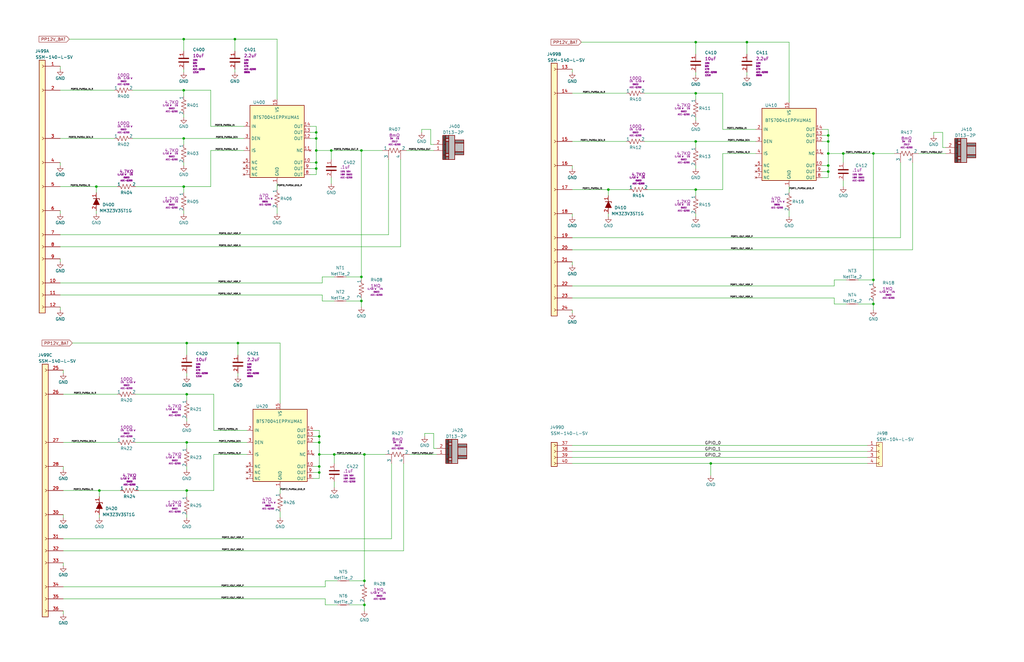
<source format=kicad_sch>
(kicad_sch (version 20231120) (generator "eeschema") (generator_version "8.0")
  (paper "B")
  (junction (at 293.37 80.01))
  (junction (at 349.25 64.77))
  (junction (at 349.25 69.85))
  (junction (at 99.06 16.51))
  (junction (at 140.97 191.77))
  (junction (at 349.25 57.15))
  (junction (at 314.96 17.78))
  (junction (at 133.35 71.12))
  (junction (at 78.74 144.78))
  (junction (at 153.67 245.11))
  (junction (at 293.37 17.78))
  (junction (at 134.62 184.15))
  (junction (at 134.62 191.77))
  (junction (at 349.25 59.69))
  (junction (at 152.4 63.5))
  (junction (at 77.47 58.42))
  (junction (at 355.6 64.77))
  (junction (at 134.62 199.39))
  (junction (at 100.33 144.78))
  (junction (at 78.74 166.37))
  (junction (at 78.74 207.01))
  (junction (at 77.47 78.74))
  (junction (at 368.3 128.27))
  (junction (at 78.74 186.69))
  (junction (at 133.35 55.88))
  (junction (at 134.62 186.69))
  (junction (at 368.3 64.77))
  (junction (at 153.67 191.77))
  (junction (at 134.62 196.85))
  (junction (at 293.37 59.69))
  (junction (at 153.67 255.27))
  (junction (at 368.3 118.11))
  (junction (at 40.64 78.74))
  (junction (at 77.47 38.1))
  (junction (at 293.37 39.37))
  (junction (at 299.72 195.58))
  (junction (at 133.35 58.42))
  (junction (at 349.25 72.39))
  (junction (at 77.47 16.51))
  (junction (at 152.4 127))
  (junction (at 41.91 207.01))
  (junction (at 133.35 68.58))
  (junction (at 139.7 63.5))
  (junction (at 256.54 80.01))
  (junction (at 133.35 63.5))
  (junction (at 152.4 116.84))
  (wire (pts (xy 314.96 17.78) (xy 332.74 17.78)))
  (wire (pts (xy 314.96 30.48) (xy 314.96 31.75)))
  (wire (pts (xy 293.37 39.37) (xy 293.37 41.91)))
  (wire (pts (xy 130.81 71.12) (xy 133.35 71.12)))
  (wire (pts (xy 26.67 227.33) (xy 165.1 227.33)))
  (wire (pts (xy 346.71 69.85) (xy 349.25 69.85)))
  (wire (pts (xy 133.35 63.5) (xy 133.35 58.42)))
  (wire (pts (xy 181.61 60.96) (xy 182.88 60.96)))
  (wire (pts (xy 134.62 191.77) (xy 134.62 196.85)))
  (wire (pts (xy 134.62 191.77) (xy 134.62 186.69)))
  (wire (pts (xy 153.67 191.77) (xy 162.56 191.77)))
  (wire (pts (xy 90.17 191.77) (xy 104.14 191.77)))
  (wire (pts (xy 152.4 125.73) (xy 152.4 127)))
  (wire (pts (xy 152.4 116.84) (xy 152.4 118.11)))
  (wire (pts (xy 78.74 166.37) (xy 78.74 168.91)))
  (wire (pts (xy 241.3 100.33) (xy 379.73 100.33)))
  (wire (pts (xy 78.74 207.01) (xy 90.17 207.01)))
  (wire (pts (xy 241.3 125.73) (xy 351.79 125.73)))
  (wire (pts (xy 273.05 80.01) (xy 293.37 80.01)))
  (wire (pts (xy 26.67 257.81) (xy 26.67 259.08)))
  (wire (pts (xy 153.67 254) (xy 153.67 255.27)))
  (wire (pts (xy 26.67 237.49) (xy 26.67 238.76)))
  (wire (pts (xy 90.17 181.61) (xy 104.14 181.61)))
  (wire (pts (xy 55.88 38.1) (xy 77.47 38.1)))
  (wire (pts (xy 25.4 68.58) (xy 25.4 69.85)))
  (wire (pts (xy 241.3 195.58) (xy 299.72 195.58)))
  (wire (pts (xy 25.4 58.42) (xy 48.26 58.42)))
  (wire (pts (xy 30.48 144.78) (xy 78.74 144.78)))
  (wire (pts (xy 130.81 73.66) (xy 133.35 73.66)))
  (wire (pts (xy 241.3 69.85) (xy 241.3 71.12)))
  (wire (pts (xy 182.88 189.23) (xy 184.15 189.23)))
  (wire (pts (xy 77.47 16.51) (xy 99.06 16.51)))
  (wire (pts (xy 332.74 78.74) (xy 332.74 81.28)))
  (wire (pts (xy 77.47 29.21) (xy 77.47 30.48)))
  (wire (pts (xy 293.37 59.69) (xy 318.77 59.69)))
  (wire (pts (xy 165.1 227.33) (xy 165.1 195.58)))
  (wire (pts (xy 88.9 53.34) (xy 102.87 53.34)))
  (wire (pts (xy 88.9 63.5) (xy 88.9 78.74)))
  (wire (pts (xy 397.51 62.23) (xy 398.78 62.23)))
  (wire (pts (xy 41.91 207.01) (xy 50.8 207.01)))
  (wire (pts (xy 78.74 186.69) (xy 78.74 189.23)))
  (wire (pts (xy 133.35 53.34) (xy 130.81 53.34)))
  (wire (pts (xy 349.25 57.15) (xy 349.25 54.61)))
  (wire (pts (xy 26.67 232.41) (xy 170.18 232.41)))
  (wire (pts (xy 77.47 88.9) (xy 77.47 90.17)))
  (wire (pts (xy 99.06 29.21) (xy 99.06 30.48)))
  (wire (pts (xy 241.3 193.04) (xy 365.76 193.04)))
  (wire (pts (xy 25.4 27.94) (xy 25.4 29.21)))
  (wire (pts (xy 40.64 78.74) (xy 40.64 81.28)))
  (wire (pts (xy 387.35 64.77) (xy 398.78 64.77)))
  (wire (pts (xy 152.4 127) (xy 152.4 129.54)))
  (wire (pts (xy 26.67 217.17) (xy 26.67 218.44)))
  (wire (pts (xy 368.3 64.77) (xy 377.19 64.77)))
  (wire (pts (xy 256.54 90.17) (xy 256.54 91.44)))
  (wire (pts (xy 78.74 144.78) (xy 78.74 149.86)))
  (wire (pts (xy 25.4 38.1) (xy 48.26 38.1)))
  (wire (pts (xy 88.9 63.5) (xy 102.87 63.5)))
  (wire (pts (xy 78.74 157.48) (xy 78.74 158.75)))
  (wire (pts (xy 25.4 88.9) (xy 25.4 90.17)))
  (wire (pts (xy 133.35 58.42) (xy 133.35 55.88)))
  (wire (pts (xy 241.3 110.49) (xy 241.3 111.76)))
  (wire (pts (xy 241.3 105.41) (xy 384.81 105.41)))
  (wire (pts (xy 26.67 247.65) (xy 137.16 247.65)))
  (wire (pts (xy 116.84 77.47) (xy 116.84 80.01)))
  (wire (pts (xy 55.88 58.42) (xy 77.47 58.42)))
  (wire (pts (xy 355.6 64.77) (xy 355.6 68.58)))
  (wire (pts (xy 134.62 196.85) (xy 134.62 199.39)))
  (wire (pts (xy 304.8 64.77) (xy 304.8 80.01)))
  (wire (pts (xy 397.51 62.23) (xy 397.51 55.88)))
  (wire (pts (xy 241.3 80.01) (xy 256.54 80.01)))
  (wire (pts (xy 26.67 252.73) (xy 137.16 252.73)))
  (wire (pts (xy 346.71 59.69) (xy 349.25 59.69)))
  (wire (pts (xy 361.95 128.27) (xy 368.3 128.27)))
  (wire (pts (xy 245.11 17.78) (xy 293.37 17.78)))
  (wire (pts (xy 25.4 119.38) (xy 135.89 119.38)))
  (wire (pts (xy 137.16 255.27) (xy 137.16 252.73)))
  (wire (pts (xy 118.11 205.74) (xy 118.11 208.28)))
  (wire (pts (xy 25.4 78.74) (xy 40.64 78.74)))
  (wire (pts (xy 132.08 199.39) (xy 134.62 199.39)))
  (wire (pts (xy 368.3 127) (xy 368.3 128.27)))
  (wire (pts (xy 99.06 16.51) (xy 99.06 21.59)))
  (wire (pts (xy 181.61 54.61) (xy 177.8 54.61)))
  (wire (pts (xy 349.25 69.85) (xy 349.25 72.39)))
  (wire (pts (xy 57.15 166.37) (xy 78.74 166.37)))
  (wire (pts (xy 130.81 55.88) (xy 133.35 55.88)))
  (wire (pts (xy 349.25 72.39) (xy 349.25 74.93)))
  (wire (pts (xy 351.79 118.11) (xy 356.87 118.11)))
  (wire (pts (xy 134.62 199.39) (xy 134.62 201.93)))
  (wire (pts (xy 78.74 166.37) (xy 90.17 166.37)))
  (wire (pts (xy 133.35 68.58) (xy 133.35 71.12)))
  (wire (pts (xy 293.37 90.17) (xy 293.37 91.44)))
  (wire (pts (xy 77.47 78.74) (xy 77.47 81.28)))
  (wire (pts (xy 361.95 118.11) (xy 368.3 118.11)))
  (wire (pts (xy 355.6 64.77) (xy 368.3 64.77)))
  (wire (pts (xy 346.71 57.15) (xy 349.25 57.15)))
  (wire (pts (xy 293.37 59.69) (xy 293.37 62.23)))
  (wire (pts (xy 25.4 99.06) (xy 163.83 99.06)))
  (wire (pts (xy 153.67 255.27) (xy 153.67 257.81)))
  (wire (pts (xy 133.35 63.5) (xy 139.7 63.5)))
  (wire (pts (xy 77.47 38.1) (xy 88.9 38.1)))
  (wire (pts (xy 368.3 118.11) (xy 368.3 119.38)))
  (wire (pts (xy 140.97 191.77) (xy 140.97 195.58)))
  (wire (pts (xy 133.35 71.12) (xy 133.35 73.66)))
  (wire (pts (xy 139.7 74.93) (xy 139.7 77.47)))
  (wire (pts (xy 139.7 63.5) (xy 152.4 63.5)))
  (wire (pts (xy 241.3 120.65) (xy 351.79 120.65)))
  (wire (pts (xy 25.4 129.54) (xy 25.4 130.81)))
  (wire (pts (xy 241.3 187.96) (xy 365.76 187.96)))
  (wire (pts (xy 78.74 144.78) (xy 100.33 144.78)))
  (wire (pts (xy 100.33 144.78) (xy 100.33 149.86)))
  (wire (pts (xy 137.16 245.11) (xy 137.16 247.65)))
  (wire (pts (xy 241.3 90.17) (xy 241.3 91.44)))
  (wire (pts (xy 147.32 255.27) (xy 153.67 255.27)))
  (wire (pts (xy 349.25 64.77) (xy 355.6 64.77)))
  (wire (pts (xy 26.67 166.37) (xy 49.53 166.37)))
  (wire (pts (xy 293.37 39.37) (xy 304.8 39.37)))
  (wire (pts (xy 78.74 186.69) (xy 104.14 186.69)))
  (wire (pts (xy 118.11 144.78) (xy 118.11 170.18)))
  (wire (pts (xy 241.3 190.5) (xy 365.76 190.5)))
  (wire (pts (xy 379.73 100.33) (xy 379.73 68.58)))
  (wire (pts (xy 146.05 127) (xy 152.4 127)))
  (wire (pts (xy 116.84 16.51) (xy 116.84 41.91)))
  (wire (pts (xy 77.47 58.42) (xy 77.47 60.96)))
  (wire (pts (xy 168.91 104.14) (xy 168.91 67.31)))
  (wire (pts (xy 172.72 191.77) (xy 184.15 191.77)))
  (wire (pts (xy 171.45 63.5) (xy 182.88 63.5)))
  (wire (pts (xy 293.37 17.78) (xy 293.37 22.86)))
  (wire (pts (xy 241.3 130.81) (xy 241.3 132.08)))
  (wire (pts (xy 134.62 186.69) (xy 134.62 184.15)))
  (wire (pts (xy 293.37 80.01) (xy 293.37 82.55)))
  (wire (pts (xy 90.17 166.37) (xy 90.17 181.61)))
  (wire (pts (xy 146.05 116.84) (xy 152.4 116.84)))
  (wire (pts (xy 26.67 186.69) (xy 49.53 186.69)))
  (wire (pts (xy 134.62 191.77) (xy 140.97 191.77)))
  (wire (pts (xy 256.54 80.01) (xy 265.43 80.01)))
  (wire (pts (xy 57.15 78.74) (xy 77.47 78.74)))
  (wire (pts (xy 293.37 80.01) (xy 304.8 80.01)))
  (wire (pts (xy 132.08 184.15) (xy 134.62 184.15)))
  (wire (pts (xy 25.4 109.22) (xy 25.4 110.49)))
  (wire (pts (xy 78.74 176.53) (xy 78.74 177.8)))
  (wire (pts (xy 152.4 63.5) (xy 161.29 63.5)))
  (wire (pts (xy 26.67 156.21) (xy 26.67 157.48)))
  (wire (pts (xy 133.35 63.5) (xy 133.35 68.58)))
  (wire (pts (xy 153.67 245.11) (xy 153.67 246.38)))
  (wire (pts (xy 332.74 17.78) (xy 332.74 43.18)))
  (wire (pts (xy 299.72 195.58) (xy 365.76 195.58)))
  (wire (pts (xy 26.67 207.01) (xy 41.91 207.01)))
  (wire (pts (xy 271.78 39.37) (xy 293.37 39.37)))
  (wire (pts (xy 132.08 186.69) (xy 134.62 186.69)))
  (wire (pts (xy 100.33 157.48) (xy 100.33 158.75)))
  (wire (pts (xy 40.64 88.9) (xy 40.64 90.17)))
  (wire (pts (xy 40.64 78.74) (xy 49.53 78.74)))
  (wire (pts (xy 57.15 186.69) (xy 78.74 186.69)))
  (wire (pts (xy 77.47 58.42) (xy 102.87 58.42)))
  (wire (pts (xy 132.08 196.85) (xy 134.62 196.85)))
  (wire (pts (xy 25.4 104.14) (xy 168.91 104.14)))
  (wire (pts (xy 271.78 59.69) (xy 293.37 59.69)))
  (wire (pts (xy 293.37 69.85) (xy 293.37 71.12)))
  (wire (pts (xy 26.67 196.85) (xy 26.67 198.12)))
  (wire (pts (xy 99.06 16.51) (xy 116.84 16.51)))
  (wire (pts (xy 135.89 127) (xy 140.97 127)))
  (wire (pts (xy 351.79 128.27) (xy 351.79 125.73)))
  (wire (pts (xy 293.37 49.53) (xy 293.37 50.8)))
  (wire (pts (xy 130.81 68.58) (xy 133.35 68.58)))
  (wire (pts (xy 77.47 48.26) (xy 77.47 49.53)))
  (wire (pts (xy 332.74 88.9) (xy 332.74 91.44)))
  (wire (pts (xy 77.47 16.51) (xy 77.47 21.59)))
  (wire (pts (xy 368.3 128.27) (xy 368.3 130.81)))
  (wire (pts (xy 140.97 203.2) (xy 140.97 205.74)))
  (wire (pts (xy 393.7 55.88) (xy 393.7 57.15)))
  (wire (pts (xy 314.96 17.78) (xy 314.96 22.86)))
  (wire (pts (xy 299.72 195.58) (xy 299.72 200.66)))
  (wire (pts (xy 384.81 105.41) (xy 384.81 68.58)))
  (wire (pts (xy 90.17 191.77) (xy 90.17 207.01)))
  (wire (pts (xy 134.62 181.61) (xy 132.08 181.61)))
  (wire (pts (xy 241.3 59.69) (xy 264.16 59.69)))
  (wire (pts (xy 304.8 64.77) (xy 318.77 64.77)))
  (wire (pts (xy 241.3 29.21) (xy 241.3 30.48)))
  (wire (pts (xy 41.91 207.01) (xy 41.91 209.55)))
  (wire (pts (xy 346.71 74.93) (xy 349.25 74.93)))
  (wire (pts (xy 351.79 118.11) (xy 351.79 120.65)))
  (wire (pts (xy 147.32 245.11) (xy 153.67 245.11)))
  (wire (pts (xy 163.83 99.06) (xy 163.83 67.31)))
  (wire (pts (xy 77.47 38.1) (xy 77.47 40.64)))
  (wire (pts (xy 397.51 55.88) (xy 393.7 55.88)))
  (wire (pts (xy 177.8 54.61) (xy 177.8 55.88)))
  (wire (pts (xy 135.89 116.84) (xy 135.89 119.38)))
  (wire (pts (xy 78.74 207.01) (xy 78.74 209.55)))
  (wire (pts (xy 139.7 63.5) (xy 139.7 67.31)))
  (wire (pts (xy 100.33 144.78) (xy 118.11 144.78)))
  (wire (pts (xy 179.07 182.88) (xy 179.07 184.15)))
  (wire (pts (xy 137.16 255.27) (xy 142.24 255.27)))
  (wire (pts (xy 134.62 184.15) (xy 134.62 181.61)))
  (wire (pts (xy 77.47 68.58) (xy 77.47 69.85)))
  (wire (pts (xy 181.61 60.96) (xy 181.61 54.61)))
  (wire (pts (xy 304.8 39.37) (xy 304.8 54.61)))
  (wire (pts (xy 25.4 124.46) (xy 135.89 124.46)))
  (wire (pts (xy 58.42 207.01) (xy 78.74 207.01)))
  (wire (pts (xy 304.8 54.61) (xy 318.77 54.61)))
  (wire (pts (xy 355.6 76.2) (xy 355.6 78.74)))
  (wire (pts (xy 152.4 63.5) (xy 152.4 116.84)))
  (wire (pts (xy 137.16 245.11) (xy 142.24 245.11)))
  (wire (pts (xy 130.81 58.42) (xy 133.35 58.42)))
  (wire (pts (xy 346.71 72.39) (xy 349.25 72.39)))
  (wire (pts (xy 293.37 17.78) (xy 314.96 17.78)))
  (wire (pts (xy 349.25 59.69) (xy 349.25 57.15)))
  (wire (pts (xy 241.3 39.37) (xy 264.16 39.37)))
  (wire (pts (xy 256.54 80.01) (xy 256.54 82.55)))
  (wire (pts (xy 351.79 128.27) (xy 356.87 128.27)))
  (wire (pts (xy 349.25 64.77) (xy 349.25 59.69)))
  (wire (pts (xy 78.74 217.17) (xy 78.74 218.44)))
  (wire (pts (xy 182.88 182.88) (xy 179.07 182.88)))
  (wire (pts (xy 153.67 191.77) (xy 153.67 245.11)))
  (wire (pts (xy 133.35 55.88) (xy 133.35 53.34)))
  (wire (pts (xy 170.18 232.41) (xy 170.18 195.58)))
  (wire (pts (xy 293.37 30.48) (xy 293.37 31.75)))
  (wire (pts (xy 349.25 54.61) (xy 346.71 54.61)))
  (wire (pts (xy 135.89 116.84) (xy 140.97 116.84)))
  (wire (pts (xy 88.9 38.1) (xy 88.9 53.34)))
  (wire (pts (xy 182.88 189.23) (xy 182.88 182.88)))
  (wire (pts (xy 132.08 201.93) (xy 134.62 201.93)))
  (wire (pts (xy 116.84 87.63) (xy 116.84 90.17)))
  (wire (pts (xy 368.3 64.77) (xy 368.3 118.11)))
  (wire (pts (xy 135.89 127) (xy 135.89 124.46)))
  (wire (pts (xy 29.21 16.51) (xy 77.47 16.51)))
  (wire (pts (xy 41.91 217.17) (xy 41.91 218.44)))
  (wire (pts (xy 78.74 196.85) (xy 78.74 198.12)))
  (wire (pts (xy 77.47 78.74) (xy 88.9 78.74)))
  (wire (pts (xy 118.11 215.9) (xy 118.11 218.44)))
  (wire (pts (xy 140.97 191.77) (xy 153.67 191.77)))
  (wire (pts (xy 349.25 64.77) (xy 349.25 69.85)))
  (label "PORT0_PWRSW_IS" (at 38.1 78.74 180) (effects (font (size 0.635 0.635))))
  (label "PORT1_PWRSW_OUT_R" (at 367.03 64.77 180) (effects (font (size 0.635 0.635))))
  (label "PORT0_PWRSW_OUT_R" (at 151.13 63.5 180) (effects (font (size 0.635 0.635))))
  (label "PORT0_PWRSW_OUT" (at 181.61 63.5 180) (effects (font (size 0.635 0.635))))
  (label "PORT1_PWRSW_IN" (at 314.96 54.61 180) (effects (font (size 0.635 0.635))))
  (label "PORT2_IOUT_MSR_N" (at 102.87 232.41 180) (effects (font (size 0.635 0.635))))
  (label "GPIO_2" (at 297.18 193.04 0))
  (label "PORT2_PWRSW_OUT_R" (at 152.4 191.77 180) (effects (font (size 0.635 0.635))))
  (label "PORT0_PWRSW_IS_R" (at 100.33 63.5 180) (effects (font (size 0.635 0.635))))
  (label "PORT1_PWRSW_DEN_R" (at 255.27 59.69 180) (effects (font (size 0.635 0.635))))
  (label "PORT0_PWRSW_DEN" (at 100.33 58.42 180) (effects (font (size 0.635 0.635))))
  (label "PORT2_IOUT_MSR_P" (at 102.87 227.33 180) (effects (font (size 0.635 0.635))))
  (label "PORT0_PWRSW_IN_R" (at 39.37 38.1 180) (effects (font (size 0.635 0.635))))
  (label "PORT2_PWRSW_IS" (at 39.37 207.01 180) (effects (font (size 0.635 0.635))))
  (label "PORT2_VOUT_MSR_P" (at 102.87 247.65 180) (effects (font (size 0.635 0.635))))
  (label "PORT1_PWRSW_IS" (at 254 80.01 180) (effects (font (size 0.635 0.635))))
  (label "PORT1_IOUT_MSR_P" (at 317.5 100.33 180) (effects (font (size 0.635 0.635))))
  (label "PORT0_PWRSW_DEN_R" (at 39.37 58.42 180) (effects (font (size 0.635 0.635))))
  (label "PORT2_VOUT_MSR_N" (at 102.87 252.73 180) (effects (font (size 0.635 0.635))))
  (label "PORT2_PWRSW_IN" (at 100.33 181.61 180) (effects (font (size 0.635 0.635))))
  (label "PORT1_VOUT_MSR_N" (at 317.5 125.73 180) (effects (font (size 0.635 0.635))))
  (label "PORT0_IOUT_MSR_P" (at 101.6 99.06 180) (effects (font (size 0.635 0.635))))
  (label "PORT0_IOUT_MSR_N" (at 101.6 104.14 180) (effects (font (size 0.635 0.635))))
  (label "PORT0_PWRSW_IN" (at 99.06 53.34 180) (effects (font (size 0.635 0.635))))
  (label "GPIO_0" (at 297.18 187.96 0))
  (label "PORT2_PWRSW_DEN_R" (at 40.64 186.69 180) (effects (font (size 0.635 0.635))))
  (label "PORT1_PWRSW_DEN" (at 316.23 59.69 180) (effects (font (size 0.635 0.635))))
  (label "PORT0_VOUT_MSR_P" (at 101.6 119.38 180) (effects (font (size 0.635 0.635))))
  (label "PORT1_PWRSW_IS_R" (at 316.23 64.77 180) (effects (font (size 0.635 0.635))))
  (label "PORT2_PWRSW_GND_R" (at 118.11 207.01 0) (effects (font (size 0.635 0.635))))
  (label "PORT1_PWRSW_GND_R" (at 332.74 80.01 0) (effects (font (size 0.635 0.635))))
  (label "PORT1_IOUT_MSR_N" (at 317.5 105.41 180) (effects (font (size 0.635 0.635))))
  (label "PORT0_VOUT_MSR_N" (at 101.6 124.46 180) (effects (font (size 0.635 0.635))))
  (label "PORT1_PWRSW_OUT" (at 397.51 64.77 180) (effects (font (size 0.635 0.635))))
  (label "PORT1_VOUT_MSR_P" (at 317.5 120.65 180) (effects (font (size 0.635 0.635))))
  (label "GPIO_1" (at 297.18 190.5 0))
  (label "PORT2_PWRSW_OUT" (at 182.88 191.77 180) (effects (font (size 0.635 0.635))))
  (label "PORT2_PWRSW_DEN" (at 101.6 186.69 180) (effects (font (size 0.635 0.635))))
  (label "PORT1_PWRSW_IN_R" (at 255.27 39.37 180) (effects (font (size 0.635 0.635))))
  (label "PORT0_PWRSW_GND_R" (at 116.84 78.74 0) (effects (font (size 0.635 0.635))))
  (label "PORT2_PWRSW_IN_R" (at 40.64 166.37 180) (effects (font (size 0.635 0.635))))
  (label "PORT2_PWRSW_IS_R" (at 101.6 191.77 180) (effects (font (size 0.635 0.635))))
  (global_label "PP12V_BAT" (shape input) (at 29.21 16.51 180) (property "Intersheetrefs" "${INTERSHEET_REFS}" (effects (hide yes))))
  (global_label "PP12V_BAT" (shape input) (at 245.11 17.78 180) (property "Intersheetrefs" "${INTERSHEET_REFS}" (effects (hide yes))))
  (global_label "PP12V_BAT" (shape input) (at 30.48 144.78 180) (property "Intersheetrefs" "${INTERSHEET_REFS}" (effects (hide yes))))
  (symbol (lib_name "R_0603_1") (lib_id "DO_RESISTORS:R_0603") (at 53.34 78.74 0) (unit 1) (convert 2)
    (property "Reference" "R404" (at 53.34 81.28 0))
    (property "Value" "R_0603" (effects (hide yes)))
    (property "Package" "0603" (at 53.34 74.93 0) (effects (font (size 0.635 0.635))))
    (property "Resistance" "4.7KΩ" (at 53.34 72.39 0))
    (property "Tolerance" "1%" (at 54.61 73.66 0) (effects (font (size 0.635 0.635)) (justify left)))
    (property "Power" "1/10 W" (at 49.53 73.66 0) (effects (font (size 0.635 0.635)) (justify left)))
    (property "Rating" "AEC-Q200" (at 53.34 76.2 0) (effects (font (size 0.635 0.635))))
    (property "PN" "RMCF0603FT4K70" (effects (hide yes)))
    (property "MFR" "Stackpole Electronics Inc" (effects (hide yes)))
  )
  (symbol (lib_name "R_0603_3") (lib_id "DO_RESISTORS:R_0603") (at 53.34 166.37 0) (unit 1) (convert 2)
    (property "Reference" "R420" (at 53.34 168.91 0))
    (property "Value" "R_0603" (effects (hide yes)))
    (property "Datasheet" "https://www.seielect.com/Catalog/SEI-RMCF_RMCP.pdf" (effects (hide yes)))
    (property "Package" "0603" (at 53.34 162.56 0) (effects (font (size 0.635 0.635))))
    (property "Resistance" "100Ω" (at 53.34 160.02 0))
    (property "Tolerance" "1%" (at 50.8 161.29 0) (effects (font (size 0.635 0.635)) (justify left)))
    (property "Power" "1/10 W" (at 53.34 161.29 0) (effects (font (size 0.635 0.635)) (justify left)))
    (property "Rating" "AEC-Q200" (at 53.34 163.83 0) (effects (font (size 0.635 0.635))))
    (property "PN" "RMCF0603FT100R" (effects (hide yes)))
    (property "MFR" "Stackpole Electronics Inc" (effects (hide yes)))
  )
  (symbol (lib_name "R_0603_1") (lib_id "DO_RESISTORS:R_0603") (at 293.37 86.36 0) (unit 1)
    (property "Reference" "R415" (at 297.18 86.36 0))
    (property "Value" "R_0603" (effects (hide yes)))
    (property "Package" "0603" (at 288.29 87.63 0) (effects (font (size 0.635 0.635))))
    (property "Resistance" "1.2KΩ" (at 288.29 85.09 0))
    (property "Tolerance" "1%" (at 289.56 86.36 0) (effects (font (size 0.635 0.635)) (justify left)))
    (property "Power" "1/10 W" (at 284.48 86.36 0) (effects (font (size 0.635 0.635)) (justify left)))
    (property "Rating" "AEC-Q200" (at 288.29 88.9 0) (effects (font (size 0.635 0.635))))
    (property "PN" "RMCF0603FT1K20" (effects (hide yes)))
    (property "MFR" "Stackpole Electronics Inc" (effects (hide yes)))
  )
  (symbol (lib_name "R_0603_1") (lib_id "DO_RESISTORS:R_0603") (at 293.37 66.04 0) (unit 1)
    (property "Reference" "R413" (at 297.18 66.04 0))
    (property "Value" "R_0603" (effects (hide yes)))
    (property "Package" "0603" (at 288.29 67.31 0) (effects (font (size 0.635 0.635))))
    (property "Resistance" "4.7KΩ" (at 288.29 64.77 0))
    (property "Tolerance" "1%" (at 289.56 66.04 0) (effects (font (size 0.635 0.635)) (justify left)))
    (property "Power" "1/10 W" (at 284.48 66.04 0) (effects (font (size 0.635 0.635)) (justify left)))
    (property "Rating" "AEC-Q200" (at 288.29 68.58 0) (effects (font (size 0.635 0.635))))
    (property "PN" "RMCF0603FT4K70" (effects (hide yes)))
    (property "MFR" "Stackpole Electronics Inc" (effects (hide yes)))
  )
  (symbol (lib_id "DO_RESISTORS:R_2Term_Kelvin_Sense_2512_AEC-Q200") (at 382.27 64.77 0) (unit 1)
    (property "Reference" "R417" (at 382.27 55.88 0))
    (property "Value" "R_2Term_Kelvin_Sense_2512" (effects (hide yes)))
    (property "Package" "2512" (at 382.27 60.96 0) (effects (font (size 0.635 0.635))))
    (property "Power Rating" "3W" (at 381 59.69 0) (effects (font (size 0.635 0.635))))
    (property "Tolerance" "1%" (at 383.54 59.69 0) (effects (font (size 0.635 0.635))))
    (property "Rating" "AEC-Q200" (at 382.27 62.23 0) (effects (font (size 0.635 0.635))))
    (property "Resistance" "8mΩ" (at 382.27 58.42 0))
  )
  (symbol (lib_id "DO_POWER:GND") (at 314.96 31.75 0) (unit 1)
    (property "Reference" "#PWR036" (effects (hide yes)))
    (property "Value" "GND" (at 314.96 35.56 0))
  )
  (symbol (lib_name "DO_Conn_01x40_Socket_3") (lib_id "DO_CONNECTORS:DO_Conn_01x40_Socket") (at 233.68 90.17 0) (mirror y) (unit 2)
    (property "Reference" "J499" (at 233.68 22.86 0))
    (property "Value" "SSM-140-L-SV" (at 238.76 25.4 0))
    (property "Datasheet" "https://suddendocs.samtec.com/catalog_english/a-ssm_sm.pdf" (effects (hide yes)))
    (property "MFR" "Samtec Inc." (effects (hide yes)))
    (property "PN" "SSM-140-L-SV" (effects (hide yes)))
  )
  (symbol (lib_id "DO_POWER:GND") (at 26.67 198.12 0) (unit 1)
    (property "Reference" "#PWR032" (effects (hide yes)))
    (property "Value" "GND" (at 26.67 201.93 0))
  )
  (symbol (lib_id "DO_CONNECTORS:DO_Conn_01x04_Socket") (at 370.84 191.77 0) (unit 1)
    (property "Reference" "J498" (at 369.57 182.88 0) (effects (justify left)))
    (property "Value" "SSM-104-L-SV" (at 369.57 185.42 0) (effects (justify left)))
    (property "Datasheet" "http://suddendocs.samtec.com/catalog_english/ssm_sm.pdf" (effects (hide yes)))
    (property "MFR" "Samtec Inc." (effects (hide yes)))
    (property "PN" "SSM-104-L-SV" (effects (hide yes)))
  )
  (symbol (lib_id "DO_POWER:GND") (at 153.67 257.81 0) (unit 1)
    (property "Reference" "#PWR044" (effects (hide yes)))
    (property "Value" "GND" (at 153.67 261.62 0))
  )
  (symbol (lib_name "C_0805_1") (lib_id "DO_CAPACITORS:C_0805") (at 99.06 25.4 0) (unit 1)
    (property "Reference" "C401" (at 102.87 20.955 0) (effects (justify left)))
    (property "Value" "C_0805" (effects (hide yes)))
    (property "Datasheet" "https://product.tdk.com/en/system/files?file=dam/doc/product/capacitor/ceramic/mlcc/catalog/mlcc_automotive_soft_en.pdf" (effects (hide yes)))
    (property "Capacitance" "2.2uF" (at 102.87 23.495 0) (effects (justify left)))
    (property "Tolerance" "10%" (at 102.87 25.4 0) (effects (font (size 0.635 0.635)) (justify left)))
    (property "Voltage_Rated" "50V" (at 102.87 26.67 0) (effects (font (size 0.635 0.635)) (justify left)))
    (property "Temp_Coefficient" "X7R" (at 102.87 27.94 0) (effects (font (size 0.635 0.635)) (justify left)))
    (property "Rating" "AEC-Q200" (at 102.87 29.21 0) (effects (font (size 0.635 0.635)) (justify left)))
    (property "Package" "0805" (at 102.87 30.48 0) (effects (font (size 0.635 0.635)) (justify left)))
    (property "MFR" "TDK Corporation" (effects (hide yes)))
    (property "PN" "CGA4J3X7R1H225K125AE" (effects (hide yes)))
  )
  (symbol (lib_name "C_0603_1") (lib_id "DO_CAPACITORS:C_0603") (at 139.7 71.12 0) (unit 1)
    (property "Reference" "C402" (at 144.78 68.58 0) (effects (justify left)))
    (property "Value" "C_0603" (effects (hide yes)))
    (property "Datasheet" "https://product.tdk.com/en/system/files?file=dam/doc/product/capacitor/ceramic/mlcc/catalog/mlcc_automotive_hightemp_en.pdf" (effects (hide yes)))
    (property "Capacitance" ".1uF" (at 143.51 70.485 0) (effects (justify left)))
    (property "Tolerance" "10%" (at 143.51 72.39 0) (effects (font (size 0.635 0.635)) (justify left)))
    (property "Voltage_Rated" "50V" (at 146.05 72.39 0) (effects (font (size 0.635 0.635)) (justify left)))
    (property "Temp_Coefficient" "X8R" (at 143.51 73.66 0) (effects (font (size 0.635 0.635)) (justify left)))
    (property "Rating" "AEC-Q200" (at 143.51 74.93 0) (effects (font (size 0.635 0.635)) (justify left)))
    (property "Package" "0603" (at 146.05 73.66 0) (effects (font (size 0.635 0.635)) (justify left)))
    (property "MFR" "TDK Corporation" (effects (hide yes)))
    (property "PN" "CGA3E3X8R1H104K080AB" (effects (hide yes)))
  )
  (symbol (lib_name "C_0603_1") (lib_id "DO_CAPACITORS:C_0603") (at 355.6 72.39 0) (unit 1)
    (property "Reference" "C412" (at 360.68 69.85 0) (effects (justify left)))
    (property "Value" "C_0603" (effects (hide yes)))
    (property "Datasheet" "https://product.tdk.com/en/system/files?file=dam/doc/product/capacitor/ceramic/mlcc/catalog/mlcc_automotive_hightemp_en.pdf" (effects (hide yes)))
    (property "Capacitance" ".1uF" (at 359.41 71.755 0) (effects (justify left)))
    (property "Tolerance" "10%" (at 359.41 73.66 0) (effects (font (size 0.635 0.635)) (justify left)))
    (property "Voltage_Rated" "50V" (at 361.95 73.66 0) (effects (font (size 0.635 0.635)) (justify left)))
    (property "Temp_Coefficient" "X8R" (at 359.41 74.93 0) (effects (font (size 0.635 0.635)) (justify left)))
    (property "Rating" "AEC-Q200" (at 359.41 76.2 0) (effects (font (size 0.635 0.635)) (justify left)))
    (property "Package" "0603" (at 361.95 74.93 0) (effects (font (size 0.635 0.635)) (justify left)))
    (property "MFR" "TDK Corporation" (effects (hide yes)))
    (property "PN" "CGA3E3X8R1H104K080AB" (effects (hide yes)))
  )
  (symbol (lib_id "DO_DEVICES:NetTie_2") (at 143.51 116.84 0) (unit 1) (in_bom no)
    (property "Reference" "NT1" (at 143.51 113.03 0))
    (property "Value" "NetTie_2" (at 143.51 115.57 0))
  )
  (symbol (lib_id "DO_POWER:GND") (at 293.37 50.8 0) (unit 1)
    (property "Reference" "#PWR018" (effects (hide yes)))
    (property "Value" "GND" (at 293.37 54.61 0))
  )
  (symbol (lib_id "DO_POWER:GND") (at 241.3 91.44 0) (unit 1)
    (property "Reference" "#PWR028" (effects (hide yes)))
    (property "Value" "GND" (at 241.3 95.25 0))
  )
  (symbol (lib_id "DO_POWER:GND") (at 139.7 77.47 0) (unit 1)
    (property "Reference" "#PWR08" (effects (hide yes)))
    (property "Value" "GND" (at 139.7 81.28 0))
  )
  (symbol (lib_id "DO_POWER:GND") (at 26.67 259.08 0) (unit 1)
    (property "Reference" "#PWR035" (effects (hide yes)))
    (property "Value" "GND" (at 26.67 262.89 0))
  )
  (symbol (lib_name "R_0603_3") (lib_id "DO_RESISTORS:R_0603") (at 267.97 39.37 0) (unit 1) (convert 2)
    (property "Reference" "R410" (at 267.97 41.91 0))
    (property "Value" "R_0603" (effects (hide yes)))
    (property "Datasheet" "https://www.seielect.com/Catalog/SEI-RMCF_RMCP.pdf" (effects (hide yes)))
    (property "Package" "0603" (at 267.97 35.56 0) (effects (font (size 0.635 0.635))))
    (property "Resistance" "100Ω" (at 267.97 33.02 0))
    (property "Tolerance" "1%" (at 265.43 34.29 0) (effects (font (size 0.635 0.635)) (justify left)))
    (property "Power" "1/10 W" (at 267.97 34.29 0) (effects (font (size 0.635 0.635)) (justify left)))
    (property "Rating" "AEC-Q200" (at 267.97 36.83 0) (effects (font (size 0.635 0.635))))
    (property "PN" "RMCF0603FT100R" (effects (hide yes)))
    (property "MFR" "Stackpole Electronics Inc" (effects (hide yes)))
  )
  (symbol (lib_id "DO_POWER:GND") (at 78.74 158.75 0) (unit 1)
    (property "Reference" "#PWR012" (effects (hide yes)))
    (property "Value" "GND" (at 78.74 162.56 0))
  )
  (symbol (lib_id "DO_RESISTORS:R_2Term_Kelvin_Sense_2512_AEC-Q200") (at 166.37 63.5 0) (unit 1)
    (property "Reference" "R407" (at 166.37 54.61 0))
    (property "Value" "R_2Term_Kelvin_Sense_2512" (effects (hide yes)))
    (property "Package" "2512" (at 166.37 59.69 0) (effects (font (size 0.635 0.635))))
    (property "Power Rating" "3W" (at 165.1 58.42 0) (effects (font (size 0.635 0.635))))
    (property "Tolerance" "1%" (at 167.64 58.42 0) (effects (font (size 0.635 0.635))))
    (property "Rating" "AEC-Q200" (at 166.37 60.96 0) (effects (font (size 0.635 0.635))))
    (property "Resistance" "8mΩ" (at 166.37 57.15 0))
  )
  (symbol (lib_id "DO_POWER:GND") (at 77.47 30.48 0) (unit 1)
    (property "Reference" "#PWR010" (effects (hide yes)))
    (property "Value" "GND" (at 77.47 34.29 0))
  )
  (symbol (lib_id "DO_CONNECTORS:DO_Conn_01x40_Socket") (at 233.68 191.77 0) (mirror y) (unit 4)
    (property "Reference" "J499" (at 234.95 180.34 0))
    (property "Value" "SSM-140-L-SV" (at 240.03 182.88 0))
    (property "Datasheet" "https://suddendocs.samtec.com/catalog_english/a-ssm_sm.pdf" (effects (hide yes)))
    (property "MFR" "Samtec Inc." (effects (hide yes)))
    (property "PN" "SSM-140-L-SV" (effects (hide yes)))
  )
  (symbol (lib_id "DO_CONNECTORS:DT13-2P") (at 405.13 63.5 0) (unit 1)
    (property "Reference" "J410" (at 405.13 54.61 0) (effects (justify left)))
    (property "Value" "DT13-2P" (at 402.59 57.15 0) (effects (justify left)))
    (property "Datasheet" "https://www.te.com/usa-en/product-DT13-2P.datasheet.pdf" (effects (hide yes)))
  )
  (symbol (lib_id "DO_POWER:GND") (at 77.47 69.85 0) (unit 1)
    (property "Reference" "#PWR04" (effects (hide yes)))
    (property "Value" "GND" (at 77.47 73.66 0))
  )
  (symbol (lib_name "C_1210_1") (lib_id "DO_CAPACITORS:C_1210") (at 293.37 26.67 0) (unit 1)
    (property "Reference" "C410" (at 297.18 22.225 0) (effects (justify left)))
    (property "Value" "C_1210" (effects (hide yes)))
    (property "Capacitance" "10uF" (at 297.18 24.765 0) (effects (justify left)))
    (property "Tolerance" "10%" (at 297.18 26.67 0) (effects (font (size 0.635 0.635)) (justify left)))
    (property "Voltage_Rated" "50V" (at 297.18 27.94 0) (effects (font (size 0.635 0.635)) (justify left)))
    (property "Temp_Coefficient" "X7R" (at 297.18 29.21 0) (effects (font (size 0.635 0.635)) (justify left)))
    (property "Rating" "AEC-Q200" (at 297.18 30.48 0) (effects (font (size 0.635 0.635)) (justify left)))
    (property "Package" "1210" (at 297.18 31.75 0) (effects (font (size 0.635 0.635)) (justify left)))
    (property "MFR" "TDK Corporation" (effects (hide yes)))
    (property "PN" "CNA6P1X7R1H106K250AE" (effects (hide yes)))
  )
  (symbol (lib_name "R_0603_1") (lib_id "DO_RESISTORS:R_0603") (at 78.74 193.04 0) (unit 1)
    (property "Reference" "R423" (at 82.55 193.04 0))
    (property "Value" "R_0603" (effects (hide yes)))
    (property "Package" "0603" (at 73.66 194.31 0) (effects (font (size 0.635 0.635))))
    (property "Resistance" "4.7KΩ" (at 73.66 191.77 0))
    (property "Tolerance" "1%" (at 74.93 193.04 0) (effects (font (size 0.635 0.635)) (justify left)))
    (property "Power" "1/10 W" (at 69.85 193.04 0) (effects (font (size 0.635 0.635)) (justify left)))
    (property "Rating" "AEC-Q200" (at 73.66 195.58 0) (effects (font (size 0.635 0.635))))
    (property "PN" "RMCF0603FT4K70" (effects (hide yes)))
    (property "MFR" "Stackpole Electronics Inc" (effects (hide yes)))
  )
  (symbol (lib_id "DO_POWER:GND") (at 77.47 90.17 0) (unit 1)
    (property "Reference" "#PWR05" (effects (hide yes)))
    (property "Value" "GND" (at 77.47 93.98 0))
  )
  (symbol (lib_name "R_0603_3") (lib_id "DO_RESISTORS:R_0603") (at 53.34 186.69 0) (unit 1) (convert 2)
    (property "Reference" "R422" (at 53.34 189.23 0))
    (property "Value" "R_0603" (effects (hide yes)))
    (property "Datasheet" "https://www.seielect.com/Catalog/SEI-RMCF_RMCP.pdf" (effects (hide yes)))
    (property "Package" "0603" (at 53.34 182.88 0) (effects (font (size 0.635 0.635))))
    (property "Resistance" "100Ω" (at 53.34 180.34 0))
    (property "Tolerance" "1%" (at 50.8 181.61 0) (effects (font (size 0.635 0.635)) (justify left)))
    (property "Power" "1/10 W" (at 53.34 181.61 0) (effects (font (size 0.635 0.635)) (justify left)))
    (property "Rating" "AEC-Q200" (at 53.34 184.15 0) (effects (font (size 0.635 0.635))))
    (property "PN" "RMCF0603FT100R" (effects (hide yes)))
    (property "MFR" "Stackpole Electronics Inc" (effects (hide yes)))
  )
  (symbol (lib_id "DO_DEVICES:NetTie_2") (at 143.51 127 0) (unit 1) (in_bom no)
    (property "Reference" "NT2" (at 143.51 123.19 0))
    (property "Value" "NetTie_2" (at 143.51 125.73 0))
  )
  (symbol (lib_id "DO_DEVICES:NetTie_2") (at 359.41 118.11 0) (unit 1) (in_bom no)
    (property "Reference" "NT3" (at 359.41 114.3 0))
    (property "Value" "NetTie_2" (at 359.41 116.84 0))
  )
  (symbol (lib_id "DO_POWER:GND") (at 78.74 218.44 0) (unit 1)
    (property "Reference" "#PWR015" (effects (hide yes)))
    (property "Value" "GND" (at 78.74 222.25 0))
  )
  (symbol (lib_id "DO_POWER:GND") (at 241.3 71.12 0) (unit 1)
    (property "Reference" "#PWR027" (effects (hide yes)))
    (property "Value" "GND" (at 241.3 74.93 0))
  )
  (symbol (lib_id "DO_POWER:GND") (at 241.3 132.08 0) (unit 1)
    (property "Reference" "#PWR030" (effects (hide yes)))
    (property "Value" "GND" (at 241.3 135.89 0))
  )
  (symbol (lib_id "DO_POWER:GND") (at 241.3 111.76 0) (unit 1)
    (property "Reference" "#PWR029" (effects (hide yes)))
    (property "Value" "GND" (at 241.3 115.57 0))
  )
  (symbol (lib_id "DO_RESISTORS:R_0603") (at 152.4 121.92 0) (unit 1)
    (property "Reference" "R408" (at 156.21 118.11 0) (effects (justify left)))
    (property "Value" "R_0603" (effects (hide yes)))
    (property "Package" "0603" (at 157.48 123.19 0) (effects (font (size 0.635 0.635)) (justify left)))
    (property "Resistance" "1MΩ" (at 156.21 120.65 0) (effects (justify left)))
    (property "Tolerance" "1%" (at 160.02 121.92 0) (effects (font (size 0.635 0.635)) (justify left)))
    (property "Power" "1/10 W" (at 154.94 121.92 0) (effects (font (size 0.635 0.635)) (justify left)))
    (property "Rating" "AEC-Q200" (at 156.21 124.46 0) (effects (font (size 0.635 0.635)) (justify left)))
    (property "PN" "Part Number?" (effects (hide yes)))
  )
  (symbol (lib_id "DO_POWER:GND") (at 41.91 218.44 0) (unit 1)
    (property "Reference" "#PWR011" (effects (hide yes)))
    (property "Value" "GND" (at 41.91 222.25 0))
  )
  (symbol (lib_id "DO_POWER:GND") (at 293.37 71.12 0) (unit 1)
    (property "Reference" "#PWR019" (effects (hide yes)))
    (property "Value" "GND" (at 293.37 74.93 0))
  )
  (symbol (lib_id "DO_POWER:GND") (at 140.97 205.74 0) (unit 1)
    (property "Reference" "#PWR043" (effects (hide yes)))
    (property "Value" "GND" (at 140.97 209.55 0))
  )
  (symbol (lib_id "DO_POWER:GND") (at 25.4 29.21 0) (unit 1)
    (property "Reference" "#PWR021" (effects (hide yes)))
    (property "Value" "GND" (at 25.4 33.02 0))
  )
  (symbol (lib_id "DO_DEVICES:NetTie_2") (at 144.78 245.11 0) (unit 1) (in_bom no)
    (property "Reference" "NT5" (at 144.78 241.3 0))
    (property "Value" "NetTie_2" (at 144.78 243.84 0))
  )
  (symbol (lib_id "DO_POWER:GND") (at 332.74 91.44 0) (unit 1)
    (property "Reference" "#PWR037" (effects (hide yes)))
    (property "Value" "GND" (at 332.74 95.25 0))
  )
  (symbol (lib_id "DO_POWER:GND") (at 78.74 177.8 0) (unit 1)
    (property "Reference" "#PWR013" (effects (hide yes)))
    (property "Value" "GND" (at 78.74 181.61 0))
  )
  (symbol (lib_name "C_0805_1") (lib_id "DO_CAPACITORS:C_0805") (at 314.96 26.67 0) (unit 1)
    (property "Reference" "C411" (at 318.77 22.225 0) (effects (justify left)))
    (property "Value" "C_0805" (effects (hide yes)))
    (property "Datasheet" "https://product.tdk.com/en/system/files?file=dam/doc/product/capacitor/ceramic/mlcc/catalog/mlcc_automotive_soft_en.pdf" (effects (hide yes)))
    (property "Capacitance" "2.2uF" (at 318.77 24.765 0) (effects (justify left)))
    (property "Tolerance" "10%" (at 318.77 26.67 0) (effects (font (size 0.635 0.635)) (justify left)))
    (property "Voltage_Rated" "50V" (at 318.77 27.94 0) (effects (font (size 0.635 0.635)) (justify left)))
    (property "Temp_Coefficient" "X7R" (at 318.77 29.21 0) (effects (font (size 0.635 0.635)) (justify left)))
    (property "Rating" "AEC-Q200" (at 318.77 30.48 0) (effects (font (size 0.635 0.635)) (justify left)))
    (property "Package" "0805" (at 318.77 31.75 0) (effects (font (size 0.635 0.635)) (justify left)))
    (property "MFR" "TDK Corporation" (effects (hide yes)))
    (property "PN" "CGA4J3X7R1H225K125AE" (effects (hide yes)))
  )
  (symbol (lib_id "DO_POWER:GND") (at 179.07 184.15 0) (unit 1)
    (property "Reference" "#PWR045" (effects (hide yes)))
    (property "Value" "GND" (at 179.07 187.96 0))
  )
  (symbol (lib_id "DO_DEVICES:NetTie_2") (at 144.78 255.27 0) (unit 1) (in_bom no)
    (property "Reference" "NT6" (at 144.78 251.46 0))
    (property "Value" "NetTie_2" (at 144.78 254 0))
  )
  (symbol (lib_id "DO_RESISTORS:R_0805") (at 116.84 83.82 0) (unit 1)
    (property "Reference" "R406" (at 118.11 83.82 0) (effects (justify left)))
    (property "Value" "R_0805" (effects (hide yes)))
    (property "Package" "0805" (at 110.49 85.09 0) (effects (font (size 0.635 0.635)) (justify left)))
    (property "Resistance" "47Ω" (at 109.22 82.55 0) (effects (justify left)))
    (property "Tolerance" "1%" (at 109.22 83.82 0) (effects (font (size 0.635 0.635)) (justify left)))
    (property "Power" "1/4 W" (at 111.76 83.82 0) (effects (font (size 0.635 0.635)) (justify left)))
    (property "Rating" "AEC-Q200" (at 109.22 86.36 0) (effects (font (size 0.635 0.635)) (justify left)))
    (property "MFR" "KOA SPEER ELECTRONICS INC." (effects (hide yes)))
    (property "PN" "RK73H2ATTD47R0F" (effects (hide yes)))
  )
  (symbol (lib_id "DO_POWER:GND") (at 241.3 30.48 0) (unit 1)
    (property "Reference" "#PWR022" (effects (hide yes)))
    (property "Value" "GND" (at 241.3 34.29 0))
  )
  (symbol (lib_id "DO_CONNECTORS:DT13-2P") (at 190.5 190.5 0) (unit 1)
    (property "Reference" "J420" (at 190.5 181.61 0) (effects (justify left)))
    (property "Value" "DT13-2P" (at 187.96 184.15 0) (effects (justify left)))
    (property "Datasheet" "https://www.te.com/usa-en/product-DT13-2P.datasheet.pdf" (effects (hide yes)))
  )
  (symbol (lib_id "DO_POWER:GND") (at 26.67 238.76 0) (unit 1)
    (property "Reference" "#PWR034" (effects (hide yes)))
    (property "Value" "GND" (at 26.67 242.57 0))
  )
  (symbol (lib_name "R_0603_1") (lib_id "DO_RESISTORS:R_0603") (at 293.37 45.72 0) (unit 1)
    (property "Reference" "R411" (at 297.18 45.72 0))
    (property "Value" "R_0603" (effects (hide yes)))
    (property "Package" "0603" (at 288.29 46.99 0) (effects (font (size 0.635 0.635))))
    (property "Resistance" "4.7KΩ" (at 288.29 44.45 0))
    (property "Tolerance" "1%" (at 289.56 45.72 0) (effects (font (size 0.635 0.635)) (justify left)))
    (property "Power" "1/10 W" (at 284.48 45.72 0) (effects (font (size 0.635 0.635)) (justify left)))
    (property "Rating" "AEC-Q200" (at 288.29 48.26 0) (effects (font (size 0.635 0.635))))
    (property "PN" "RMCF0603FT4K70" (effects (hide yes)))
    (property "MFR" "Stackpole Electronics Inc" (effects (hide yes)))
  )
  (symbol (lib_name "R_0603_1") (lib_id "DO_RESISTORS:R_0603") (at 77.47 64.77 0) (unit 1)
    (property "Reference" "R403" (at 81.28 64.77 0))
    (property "Value" "R_0603" (effects (hide yes)))
    (property "Package" "0603" (at 72.39 66.04 0) (effects (font (size 0.635 0.635))))
    (property "Resistance" "4.7KΩ" (at 72.39 63.5 0))
    (property "Tolerance" "1%" (at 73.66 64.77 0) (effects (font (size 0.635 0.635)) (justify left)))
    (property "Power" "1/10 W" (at 68.58 64.77 0) (effects (font (size 0.635 0.635)) (justify left)))
    (property "Rating" "AEC-Q200" (at 72.39 67.31 0) (effects (font (size 0.635 0.635))))
    (property "PN" "RMCF0603FT4K70" (effects (hide yes)))
    (property "MFR" "Stackpole Electronics Inc" (effects (hide yes)))
  )
  (symbol (lib_name "R_0603_1") (lib_id "DO_RESISTORS:R_0603") (at 78.74 213.36 0) (unit 1)
    (property "Reference" "R425" (at 82.55 213.36 0))
    (property "Value" "R_0603" (effects (hide yes)))
    (property "Package" "0603" (at 73.66 214.63 0) (effects (font (size 0.635 0.635))))
    (property "Resistance" "1.2KΩ" (at 73.66 212.09 0))
    (property "Tolerance" "1%" (at 74.93 213.36 0) (effects (font (size 0.635 0.635)) (justify left)))
    (property "Power" "1/10 W" (at 69.85 213.36 0) (effects (font (size 0.635 0.635)) (justify left)))
    (property "Rating" "AEC-Q200" (at 73.66 215.9 0) (effects (font (size 0.635 0.635))))
    (property "PN" "RMCF0603FT1K20" (effects (hide yes)))
    (property "MFR" "Stackpole Electronics Inc" (effects (hide yes)))
  )
  (symbol (lib_id "DO_POWER:GND") (at 177.8 55.88 0) (unit 1)
    (property "Reference" "#PWR07" (effects (hide yes)))
    (property "Value" "GND" (at 177.8 59.69 0))
  )
  (symbol (lib_id "DO_CONNECTORS:DT13-2P") (at 189.23 62.23 0) (unit 1)
    (property "Reference" "J400" (at 189.23 53.34 0) (effects (justify left)))
    (property "Value" "DT13-2P" (at 186.69 55.88 0) (effects (justify left)))
    (property "Datasheet" "https://www.te.com/usa-en/product-DT13-2P.datasheet.pdf" (effects (hide yes)))
  )
  (symbol (lib_name "R_0603_1") (lib_id "DO_RESISTORS:R_0603") (at 77.47 44.45 0) (unit 1)
    (property "Reference" "R401" (at 81.28 44.45 0))
    (property "Value" "R_0603" (effects (hide yes)))
    (property "Package" "0603" (at 72.39 45.72 0) (effects (font (size 0.635 0.635))))
    (property "Resistance" "4.7KΩ" (at 72.39 43.18 0))
    (property "Tolerance" "1%" (at 73.66 44.45 0) (effects (font (size 0.635 0.635)) (justify left)))
    (property "Power" "1/10 W" (at 68.58 44.45 0) (effects (font (size 0.635 0.635)) (justify left)))
    (property "Rating" "AEC-Q200" (at 72.39 46.99 0) (effects (font (size 0.635 0.635))))
    (property "PN" "RMCF0603FT4K70" (effects (hide yes)))
    (property "MFR" "Stackpole Electronics Inc" (effects (hide yes)))
  )
  (symbol (lib_id "DO_POWER:GND") (at 26.67 218.44 0) (unit 1)
    (property "Reference" "#PWR033" (effects (hide yes)))
    (property "Value" "GND" (at 26.67 222.25 0))
  )
  (symbol (lib_id "DO_DEVICES:NetTie_2") (at 359.41 128.27 0) (unit 1) (in_bom no)
    (property "Reference" "NT4" (at 359.41 124.46 0))
    (property "Value" "NetTie_2" (at 359.41 127 0))
  )
  (symbol (lib_name "R_0603_1") (lib_id "DO_RESISTORS:R_0603") (at 54.61 207.01 0) (unit 1) (convert 2)
    (property "Reference" "R424" (at 54.61 209.55 0))
    (property "Value" "R_0603" (effects (hide yes)))
    (property "Package" "0603" (at 54.61 203.2 0) (effects (font (size 0.635 0.635))))
    (property "Resistance" "4.7KΩ" (at 54.61 200.66 0))
    (property "Tolerance" "1%" (at 55.88 201.93 0) (effects (font (size 0.635 0.635)) (justify left)))
    (property "Power" "1/10 W" (at 50.8 201.93 0) (effects (font (size 0.635 0.635)) (justify left)))
    (property "Rating" "AEC-Q200" (at 54.61 204.47 0) (effects (font (size 0.635 0.635))))
    (property "PN" "RMCF0603FT4K70" (effects (hide yes)))
    (property "MFR" "Stackpole Electronics Inc" (effects (hide yes)))
  )
  (symbol (lib_id "DO_RESISTORS:R_0805") (at 332.74 85.09 0) (unit 1)
    (property "Reference" "R416" (at 334.01 85.09 0) (effects (justify left)))
    (property "Value" "R_0805" (effects (hide yes)))
    (property "Package" "0805" (at 326.39 86.36 0) (effects (font (size 0.635 0.635)) (justify left)))
    (property "Resistance" "47Ω" (at 325.12 83.82 0) (effects (justify left)))
    (property "Tolerance" "1%" (at 325.12 85.09 0) (effects (font (size 0.635 0.635)) (justify left)))
    (property "Power" "1/4 W" (at 327.66 85.09 0) (effects (font (size 0.635 0.635)) (justify left)))
    (property "Rating" "AEC-Q200" (at 325.12 87.63 0) (effects (font (size 0.635 0.635)) (justify left)))
    (property "MFR" "KOA SPEER ELECTRONICS INC." (effects (hide yes)))
    (property "PN" "RK73H2ATTD47R0F" (effects (hide yes)))
  )
  (symbol (lib_id "DO_POWER:GND") (at 100.33 158.75 0) (unit 1)
    (property "Reference" "#PWR041" (effects (hide yes)))
    (property "Value" "GND" (at 100.33 162.56 0))
  )
  (symbol (lib_id "DO_POWER:GND") (at 116.84 90.17 0) (unit 1)
    (property "Reference" "#PWR02" (effects (hide yes)))
    (property "Value" "GND" (at 116.84 93.98 0))
  )
  (symbol (lib_id "DO_POWER:GND") (at 256.54 91.44 0) (unit 1)
    (property "Reference" "#PWR016" (effects (hide yes)))
    (property "Value" "GND" (at 256.54 95.25 0))
  )
  (symbol (lib_id "DO_POWER:GND") (at 118.11 218.44 0) (unit 1)
    (property "Reference" "#PWR042" (effects (hide yes)))
    (property "Value" "GND" (at 118.11 222.25 0))
  )
  (symbol (lib_id "DO_POWER:GND") (at 25.4 130.81 0) (unit 1)
    (property "Reference" "#PWR024" (effects (hide yes)))
    (property "Value" "GND" (at 25.4 134.62 0))
  )
  (symbol (lib_name "C_1210_1") (lib_id "DO_CAPACITORS:C_1210") (at 78.74 153.67 0) (unit 1)
    (property "Reference" "C420" (at 82.55 149.225 0) (effects (justify left)))
    (property "Value" "C_1210" (effects (hide yes)))
    (property "Capacitance" "10uF" (at 82.55 151.765 0) (effects (justify left)))
    (property "Tolerance" "10%" (at 82.55 153.67 0) (effects (font (size 0.635 0.635)) (justify left)))
    (property "Voltage_Rated" "50V" (at 82.55 154.94 0) (effects (font (size 0.635 0.635)) (justify left)))
    (property "Temp_Coefficient" "X7R" (at 82.55 156.21 0) (effects (font (size 0.635 0.635)) (justify left)))
    (property "Rating" "AEC-Q200" (at 82.55 157.48 0) (effects (font (size 0.635 0.635)) (justify left)))
    (property "Package" "1210" (at 82.55 158.75 0) (effects (font (size 0.635 0.635)) (justify left)))
    (property "MFR" "TDK Corporation" (effects (hide yes)))
    (property "PN" "CNA6P1X7R1H106K250AE" (effects (hide yes)))
  )
  (symbol (lib_id "DO_POWER:GND") (at 26.67 157.48 0) (unit 1)
    (property "Reference" "#PWR031" (effects (hide yes)))
    (property "Value" "GND" (at 26.67 161.29 0))
  )
  (symbol (lib_name "R_0603_3") (lib_id "DO_RESISTORS:R_0603") (at 52.07 38.1 0) (unit 1) (convert 2)
    (property "Reference" "R400" (at 52.07 40.64 0))
    (property "Value" "R_0603" (effects (hide yes)))
    (property "Datasheet" "https://www.seielect.com/Catalog/SEI-RMCF_RMCP.pdf" (effects (hide yes)))
    (property "Package" "0603" (at 52.07 34.29 0) (effects (font (size 0.635 0.635))))
    (property "Resistance" "100Ω" (at 52.07 31.75 0))
    (property "Tolerance" "1%" (at 49.53 33.02 0) (effects (font (size 0.635 0.635)) (justify left)))
    (property "Power" "1/10 W" (at 52.07 33.02 0) (effects (font (size 0.635 0.635)) (justify left)))
    (property "Rating" "AEC-Q200" (at 52.07 35.56 0) (effects (font (size 0.635 0.635))))
    (property "PN" "RMCF0603FT100R" (effects (hide yes)))
    (property "MFR" "Stackpole Electronics Inc" (effects (hide yes)))
  )
  (symbol (lib_id "DO_POWER:GND") (at 99.06 30.48 0) (unit 1)
    (property "Reference" "#PWR09" (effects (hide yes)))
    (property "Value" "GND" (at 99.06 34.29 0))
  )
  (symbol (lib_name "DO_Conn_01x40_Socket_2") (lib_id "DO_CONNECTORS:DO_Conn_01x40_Socket") (at 19.05 217.17 0) (mirror y) (unit 3)
    (property "Reference" "J499" (at 19.05 149.86 0))
    (property "Value" "SSM-140-L-SV" (at 24.13 152.4 0))
    (property "Datasheet" "https://suddendocs.samtec.com/catalog_english/a-ssm_sm.pdf" (effects (hide yes)))
    (property "MFR" "Samtec Inc." (effects (hide yes)))
    (property "PN" "SSM-140-L-SV" (effects (hide yes)))
  )
  (symbol (lib_name "D_MM3Z3V3ST1G_1") (lib_id "DO_DIODES:D_MM3Z3V3ST1G") (at 41.91 213.36 270) (unit 1)
    (property "Reference" "D420" (at 44.45 214.63 90) (effects (justify left)))
    (property "Value" "MM3Z3V3ST1G" (at 43.18 217.17 90) (effects (justify left)))
    (property "Datasheet" "https://www.onsemi.com/pdf/datasheet/mm3z2v4st1-d.pdf" (effects (hide yes)))
    (property "MFR" "onsemi" (effects (hide yes)))
    (property "PN" "MM3Z3V3ST1G" (effects (hide yes)))
  )
  (symbol (lib_name "BTS70041EPPXUMA1_1") (lib_id "DO_POWER_SWITCHES:BTS70041EPPXUMA1") (at 118.11 191.77 0) (unit 1)
    (property "Reference" "U420" (at 107.95 171.45 0) (effects (justify left)))
    (property "Value" "BTS70041EPPXUMA1" (at 107.95 177.8 0) (effects (justify left)))
    (property "Footprint" "Package_SO:Infineon_PG-TSDSO-14-22" (effects (hide yes)))
    (property "Datasheet" "https://www.infineon.com/dgdl/Infineon-BTS7004-1EPP-DataSheet-v01_10-EN.pdf?fileId=5546d4626102d35a016147550a725555" (effects (hide yes)))
  )
  (symbol (lib_id "DO_POWER:GND") (at 293.37 91.44 0) (unit 1)
    (property "Reference" "#PWR020" (effects (hide yes)))
    (property "Value" "GND" (at 293.37 95.25 0))
  )
  (symbol (lib_id "DO_POWER:GND") (at 25.4 110.49 0) (unit 1)
    (property "Reference" "#PWR025" (effects (hide yes)))
    (property "Value" "GND" (at 25.4 114.3 0))
  )
  (symbol (lib_name "D_MM3Z3V3ST1G_1") (lib_id "DO_DIODES:D_MM3Z3V3ST1G") (at 40.64 85.09 270) (unit 1)
    (property "Reference" "D400" (at 43.18 86.36 90) (effects (justify left)))
    (property "Value" "MM3Z3V3ST1G" (at 41.91 88.9 90) (effects (justify left)))
    (property "Datasheet" "https://www.onsemi.com/pdf/datasheet/mm3z2v4st1-d.pdf" (effects (hide yes)))
    (property "MFR" "onsemi" (effects (hide yes)))
    (property "PN" "MM3Z3V3ST1G" (effects (hide yes)))
  )
  (symbol (lib_name "R_0603_3") (lib_id "DO_RESISTORS:R_0603") (at 267.97 59.69 0) (unit 1) (convert 2)
    (property "Reference" "R412" (at 267.97 62.23 0))
    (property "Value" "R_0603" (effects (hide yes)))
    (property "Datasheet" "https://www.seielect.com/Catalog/SEI-RMCF_RMCP.pdf" (effects (hide yes)))
    (property "Package" "0603" (at 267.97 55.88 0) (effects (font (size 0.635 0.635))))
    (property "Resistance" "100Ω" (at 267.97 53.34 0))
    (property "Tolerance" "1%" (at 265.43 54.61 0) (effects (font (size 0.635 0.635)) (justify left)))
    (property "Power" "1/10 W" (at 267.97 54.61 0) (effects (font (size 0.635 0.635)) (justify left)))
    (property "Rating" "AEC-Q200" (at 267.97 57.15 0) (effects (font (size 0.635 0.635))))
    (property "PN" "RMCF0603FT100R" (effects (hide yes)))
    (property "MFR" "Stackpole Electronics Inc" (effects (hide yes)))
  )
  (symbol (lib_id "DO_RESISTORS:R_0603") (at 153.67 250.19 0) (unit 1)
    (property "Reference" "R428" (at 157.48 246.38 0) (effects (justify left)))
    (property "Value" "R_0603" (effects (hide yes)))
    (property "Package" "0603" (at 158.75 251.46 0) (effects (font (size 0.635 0.635)) (justify left)))
    (property "Resistance" "1MΩ" (at 157.48 248.92 0) (effects (justify left)))
    (property "Tolerance" "1%" (at 161.29 250.19 0) (effects (font (size 0.635 0.635)) (justify left)))
    (property "Power" "1/10 W" (at 156.21 250.19 0) (effects (font (size 0.635 0.635)) (justify left)))
    (property "Rating" "AEC-Q200" (at 157.48 252.73 0) (effects (font (size 0.635 0.635)) (justify left)))
    (property "PN" "Part Number?" (effects (hide yes)))
  )
  (symbol (lib_name "BTS70041EPPXUMA1_1") (lib_id "DO_POWER_SWITCHES:BTS70041EPPXUMA1") (at 116.84 63.5 0) (unit 1)
    (property "Reference" "U400" (at 106.68 43.18 0) (effects (justify left)))
    (property "Value" "BTS70041EPPXUMA1" (at 106.68 49.53 0) (effects (justify left)))
    (property "Footprint" "Package_SO:Infineon_PG-TSDSO-14-22" (effects (hide yes)))
    (property "Datasheet" "https://www.infineon.com/dgdl/Infineon-BTS7004-1EPP-DataSheet-v01_10-EN.pdf?fileId=5546d4626102d35a016147550a725555" (effects (hide yes)))
  )
  (symbol (lib_id "DO_POWER:GND") (at 78.74 198.12 0) (unit 1)
    (property "Reference" "#PWR014" (effects (hide yes)))
    (property "Value" "GND" (at 78.74 201.93 0))
  )
  (symbol (lib_id "DO_POWER:GND") (at 368.3 130.81 0) (unit 1)
    (property "Reference" "#PWR039" (effects (hide yes)))
    (property "Value" "GND" (at 368.3 134.62 0))
  )
  (symbol (lib_id "DO_RESISTORS:R_2Term_Kelvin_Sense_2512_AEC-Q200") (at 167.64 191.77 0) (unit 1)
    (property "Reference" "R427" (at 167.64 182.88 0))
    (property "Value" "R_2Term_Kelvin_Sense_2512" (effects (hide yes)))
    (property "Package" "2512" (at 167.64 187.96 0) (effects (font (size 0.635 0.635))))
    (property "Power Rating" "3W" (at 166.37 186.69 0) (effects (font (size 0.635 0.635))))
    (property "Tolerance" "1%" (at 168.91 186.69 0) (effects (font (size 0.635 0.635))))
    (property "Rating" "AEC-Q200" (at 167.64 189.23 0) (effects (font (size 0.635 0.635))))
    (property "Resistance" "8mΩ" (at 167.64 185.42 0))
  )
  (symbol (lib_id "DO_POWER:GND") (at 25.4 90.17 0) (unit 1)
    (property "Reference" "#PWR026" (effects (hide yes)))
    (property "Value" "GND" (at 25.4 93.98 0))
  )
  (symbol (lib_name "C_0603_1") (lib_id "DO_CAPACITORS:C_0603") (at 140.97 199.39 0) (unit 1)
    (property "Reference" "C422" (at 146.05 196.85 0) (effects (justify left)))
    (property "Value" "C_0603" (effects (hide yes)))
    (property "Datasheet" "https://product.tdk.com/en/system/files?file=dam/doc/product/capacitor/ceramic/mlcc/catalog/mlcc_automotive_hightemp_en.pdf" (effects (hide yes)))
    (property "Capacitance" ".1uF" (at 144.78 198.755 0) (effects (justify left)))
    (property "Tolerance" "10%" (at 144.78 200.66 0) (effects (font (size 0.635 0.635)) (justify left)))
    (property "Voltage_Rated" "50V" (at 147.32 200.66 0) (effects (font (size 0.635 0.635)) (justify left)))
    (property "Temp_Coefficient" "X8R" (at 144.78 201.93 0) (effects (font (size 0.635 0.635)) (justify left)))
    (property "Rating" "AEC-Q200" (at 144.78 203.2 0) (effects (font (size 0.635 0.635)) (justify left)))
    (property "Package" "0603" (at 147.32 201.93 0) (effects (font (size 0.635 0.635)) (justify left)))
    (property "MFR" "TDK Corporation" (effects (hide yes)))
    (property "PN" "CGA3E3X8R1H104K080AB" (effects (hide yes)))
  )
  (symbol (lib_name "C_1210_1") (lib_id "DO_CAPACITORS:C_1210") (at 77.47 25.4 0) (unit 1)
    (property "Reference" "C400" (at 81.28 20.955 0) (effects (justify left)))
    (property "Value" "C_1210" (effects (hide yes)))
    (property "Capacitance" "10uF" (at 81.28 23.495 0) (effects (justify left)))
    (property "Tolerance" "10%" (at 81.28 25.4 0) (effects (font (size 0.635 0.635)) (justify left)))
    (property "Voltage_Rated" "50V" (at 81.28 26.67 0) (effects (font (size 0.635 0.635)) (justify left)))
    (property "Temp_Coefficient" "X7R" (at 81.28 27.94 0) (effects (font (size 0.635 0.635)) (justify left)))
    (property "Rating" "AEC-Q200" (at 81.28 29.21 0) (effects (font (size 0.635 0.635)) (justify left)))
    (property "Package" "1210" (at 81.28 30.48 0) (effects (font (size 0.635 0.635)) (justify left)))
    (property "MFR" "TDK Corporation" (effects (hide yes)))
    (property "PN" "CNA6P1X7R1H106K250AE" (effects (hide yes)))
  )
  (symbol (lib_name "D_MM3Z3V3ST1G_1") (lib_id "DO_DIODES:D_MM3Z3V3ST1G") (at 256.54 86.36 270) (unit 1)
    (property "Reference" "D410" (at 259.08 87.63 90) (effects (justify left)))
    (property "Value" "MM3Z3V3ST1G" (at 257.81 90.17 90) (effects (justify left)))
    (property "Datasheet" "https://www.onsemi.com/pdf/datasheet/mm3z2v4st1-d.pdf" (effects (hide yes)))
    (property "MFR" "onsemi" (effects (hide yes)))
    (property "PN" "MM3Z3V3ST1G" (effects (hide yes)))
  )
  (symbol (lib_id "DO_POWER:GND") (at 355.6 78.74 0) (unit 1)
    (property "Reference" "#PWR038" (effects (hide yes)))
    (property "Value" "GND" (at 355.6 82.55 0))
  )
  (symbol (lib_id "DO_RESISTORS:R_0603") (at 368.3 123.19 0) (unit 1)
    (property "Reference" "R418" (at 372.11 119.38 0) (effects (justify left)))
    (property "Value" "R_0603" (effects (hide yes)))
    (property "Package" "0603" (at 373.38 124.46 0) (effects (font (size 0.635 0.635)) (justify left)))
    (property "Resistance" "1MΩ" (at 372.11 121.92 0) (effects (justify left)))
    (property "Tolerance" "1%" (at 375.92 123.19 0) (effects (font (size 0.635 0.635)) (justify left)))
    (property "Power" "1/10 W" (at 370.84 123.19 0) (effects (font (size 0.635 0.635)) (justify left)))
    (property "Rating" "AEC-Q200" (at 372.11 125.73 0) (effects (font (size 0.635 0.635)) (justify left)))
    (property "PN" "Part Number?" (effects (hide yes)))
  )
  (symbol (lib_id "DO_POWER:GND") (at 77.47 49.53 0) (unit 1)
    (property "Reference" "#PWR03" (effects (hide yes)))
    (property "Value" "GND" (at 77.47 53.34 0))
  )
  (symbol (lib_name "BTS70041EPPXUMA1_1") (lib_id "DO_POWER_SWITCHES:BTS70041EPPXUMA1") (at 332.74 64.77 0) (unit 1)
    (property "Reference" "U410" (at 322.58 44.45 0) (effects (justify left)))
    (property "Value" "BTS70041EPPXUMA1" (at 322.58 50.8 0) (effects (justify left)))
    (property "Footprint" "Package_SO:Infineon_PG-TSDSO-14-22" (effects (hide yes)))
    (property "Datasheet" "https://www.infineon.com/dgdl/Infineon-BTS7004-1EPP-DataSheet-v01_10-EN.pdf?fileId=5546d4626102d35a016147550a725555" (effects (hide yes)))
  )
  (symbol (lib_name "R_0603_1") (lib_id "DO_RESISTORS:R_0603") (at 78.74 172.72 0) (unit 1)
    (property "Reference" "R421" (at 82.55 172.72 0))
    (property "Value" "R_0603" (effects (hide yes)))
    (property "Package" "0603" (at 73.66 173.99 0) (effects (font (size 0.635 0.635))))
    (property "Resistance" "4.7KΩ" (at 73.66 171.45 0))
    (property "Tolerance" "1%" (at 74.93 172.72 0) (effects (font (size 0.635 0.635)) (justify left)))
    (property "Power" "1/10 W" (at 69.85 172.72 0) (effects (font (size 0.635 0.635)) (justify left)))
    (property "Rating" "AEC-Q200" (at 73.66 175.26 0) (effects (font (size 0.635 0.635))))
    (property "PN" "RMCF0603FT4K70" (effects (hide yes)))
    (property "MFR" "Stackpole Electronics Inc" (effects (hide yes)))
  )
  (symbol (lib_name "C_0805_1") (lib_id "DO_CAPACITORS:C_0805") (at 100.33 153.67 0) (unit 1)
    (property "Reference" "C421" (at 104.14 149.225 0) (effects (justify left)))
    (property "Value" "C_0805" (effects (hide yes)))
    (property "Datasheet" "https://product.tdk.com/en/system/files?file=dam/doc/product/capacitor/ceramic/mlcc/catalog/mlcc_automotive_soft_en.pdf" (effects (hide yes)))
    (property "Capacitance" "2.2uF" (at 104.14 151.765 0) (effects (justify left)))
    (property "Tolerance" "10%" (at 104.14 153.67 0) (effects (font (size 0.635 0.635)) (justify left)))
    (property "Voltage_Rated" "50V" (at 104.14 154.94 0) (effects (font (size 0.635 0.635)) (justify left)))
    (property "Temp_Coefficient" "X7R" (at 104.14 156.21 0) (effects (font (size 0.635 0.635)) (justify left)))
    (property "Rating" "AEC-Q200" (at 104.14 157.48 0) (effects (font (size 0.635 0.635)) (justify left)))
    (property "Package" "0805" (at 104.14 158.75 0) (effects (font (size 0.635 0.635)) (justify left)))
    (property "MFR" "TDK Corporation" (effects (hide yes)))
    (property "PN" "CGA4J3X7R1H225K125AE" (effects (hide yes)))
  )
  (symbol (lib_name "R_0603_1") (lib_id "DO_RESISTORS:R_0603") (at 77.47 85.09 0) (unit 1)
    (property "Reference" "R405" (at 81.28 85.09 0))
    (property "Value" "R_0603" (effects (hide yes)))
    (property "Package" "0603" (at 72.39 86.36 0) (effects (font (size 0.635 0.635))))
    (property "Resistance" "1.2KΩ" (at 72.39 83.82 0))
    (property "Tolerance" "1%" (at 73.66 85.09 0) (effects (font (size 0.635 0.635)) (justify left)))
    (property "Power" "1/10 W" (at 68.58 85.09 0) (effects (font (size 0.635 0.635)) (justify left)))
    (property "Rating" "AEC-Q200" (at 72.39 87.63 0) (effects (font (size 0.635 0.635))))
    (property "PN" "RMCF0603FT1K20" (effects (hide yes)))
    (property "MFR" "Stackpole Electronics Inc" (effects (hide yes)))
  )
  (symbol (lib_id "DO_POWER:GND") (at 25.4 69.85 0) (unit 1)
    (property "Reference" "#PWR023" (effects (hide yes)))
    (property "Value" "GND" (at 25.4 73.66 0))
  )
  (symbol (lib_id "DO_POWER:GND") (at 393.7 57.15 0) (unit 1)
    (property "Reference" "#PWR040" (effects (hide yes)))
    (property "Value" "GND" (at 393.7 60.96 0))
  )
  (symbol (lib_id "DO_POWER:GND") (at 152.4 129.54 0) (unit 1)
    (property "Reference" "#PWR01" (effects (hide yes)))
    (property "Value" "GND" (at 152.4 133.35 0))
  )
  (symbol (lib_id "DO_RESISTORS:R_0805") (at 118.11 212.09 0) (unit 1)
    (property "Reference" "R426" (at 119.38 212.09 0) (effects (justify left)))
    (property "Value" "R_0805" (effects (hide yes)))
    (property "Package" "0805" (at 111.76 213.36 0) (effects (font (size 0.635 0.635)) (justify left)))
    (property "Resistance" "47Ω" (at 110.49 210.82 0) (effects (justify left)))
    (property "Tolerance" "1%" (at 110.49 212.09 0) (effects (font (size 0.635 0.635)) (justify left)))
    (property "Power" "1/4 W" (at 113.03 212.09 0) (effects (font (size 0.635 0.635)) (justify left)))
    (property "Rating" "AEC-Q200" (at 110.49 214.63 0) (effects (font (size 0.635 0.635)) (justify left)))
    (property "MFR" "KOA SPEER ELECTRONICS INC." (effects (hide yes)))
    (property "PN" "RK73H2ATTD47R0F" (effects (hide yes)))
  )
  (symbol (lib_name "R_0603_3") (lib_id "DO_RESISTORS:R_0603") (at 52.07 58.42 0) (unit 1) (convert 2)
    (property "Reference" "R402" (at 52.07 60.96 0))
    (property "Value" "R_0603" (effects (hide yes)))
    (property "Datasheet" "https://www.seielect.com/Catalog/SEI-RMCF_RMCP.pdf" (effects (hide yes)))
    (property "Package" "0603" (at 52.07 54.61 0) (effects (font (size 0.635 0.635))))
    (property "Resistance" "100Ω" (at 52.07 52.07 0))
    (property "Tolerance" "1%" (at 49.53 53.34 0) (effects (font (size 0.635 0.635)) (justify left)))
    (property "Power" "1/10 W" (at 52.07 53.34 0) (effects (font (size 0.635 0.635)) (justify left)))
    (property "Rating" "AEC-Q200" (at 52.07 55.88 0) (effects (font (size 0.635 0.635))))
    (property "PN" "RMCF0603FT100R" (effects (hide yes)))
    (property "MFR" "Stackpole Electronics Inc" (effects (hide yes)))
  )
  (symbol (lib_name "R_0603_1") (lib_id "DO_RESISTORS:R_0603") (at 269.24 80.01 0) (unit 1) (convert 2)
    (property "Reference" "R414" (at 269.24 82.55 0))
    (property "Value" "R_0603" (effects (hide yes)))
    (property "Package" "0603" (at 269.24 76.2 0) (effects (font (size 0.635 0.635))))
    (property "Resistance" "4.7KΩ" (at 269.24 73.66 0))
    (property "Tolerance" "1%" (at 270.51 74.93 0) (effects (font (size 0.635 0.635)) (justify left)))
    (property "Power" "1/10 W" (at 265.43 74.93 0) (effects (font (size 0.635 0.635)) (justify left)))
    (property "Rating" "AEC-Q200" (at 269.24 77.47 0) (effects (font (size 0.635 0.635))))
    (property "PN" "RMCF0603FT4K70" (effects (hide yes)))
    (property "MFR" "Stackpole Electronics Inc" (effects (hide yes)))
  )
  (symbol (lib_id "DO_POWER:GND") (at 299.72 200.66 0) (unit 1)
    (property "Reference" "#PWR0126" (effects (hide yes)))
    (property "Value" "GND" (at 299.72 204.47 0))
  )
  (symbol (lib_id "DO_POWER:GND") (at 293.37 31.75 0) (unit 1)
    (property "Reference" "#PWR017" (effects (hide yes)))
    (property "Value" "GND" (at 293.37 35.56 0))
  )
  (symbol (lib_id "DO_POWER:GND") (at 40.64 90.17 0) (unit 1)
    (property "Reference" "#PWR06" (effects (hide yes)))
    (property "Value" "GND" (at 40.64 93.98 0))
  )
  (symbol (lib_name "DO_Conn_01x40_Socket_1") (lib_id "DO_CONNECTORS:DO_Conn_01x40_Socket") (at 17.78 88.9 0) (mirror y) (unit 1)
    (property "Reference" "J499" (at 17.78 21.59 0))
    (property "Value" "SSM-140-L-SV" (at 22.86 24.13 0))
    (property "Datasheet" "https://suddendocs.samtec.com/catalog_english/a-ssm_sm.pdf" (effects (hide yes)))
    (property "MFR" "Samtec Inc." (effects (hide yes)))
    (property "PN" "SSM-140-L-SV" (effects (hide yes)))
  )
)
</source>
